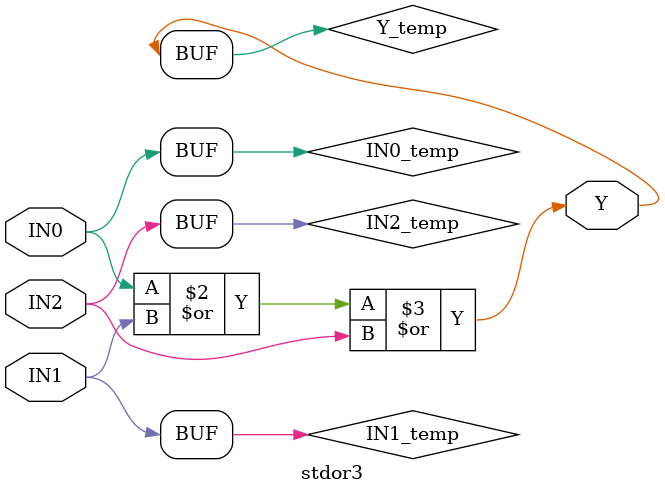
<source format=v>
module stdor3(IN0,IN1,IN2,Y);
  parameter
        d_IN0_r = 0,
        d_IN0_f = 0,
        d_IN1_r = 0,
        d_IN1_f = 0,
        d_IN2_r = 0,
        d_IN2_f = 0,
        d_Y_r = 1,
        d_Y_f = 1;
  input  IN0;
  input  IN1;
  input  IN2;
  output  Y;
  wire  IN0_temp;
  wire  IN1_temp;
  wire  IN2_temp;
  reg  Y_temp;
  assign #(d_IN0_r,d_IN0_f) IN0_temp = IN0;
  assign #(d_IN1_r,d_IN1_f) IN1_temp = IN1;
  assign #(d_IN2_r,d_IN2_f) IN2_temp = IN2;
  assign #(d_Y_r,d_Y_f) Y = Y_temp;
  always
    @(IN0_temp or IN1_temp or IN2_temp)
      begin
      Y_temp = ((IN0_temp | IN1_temp) | IN2_temp);
      end
endmodule

</source>
